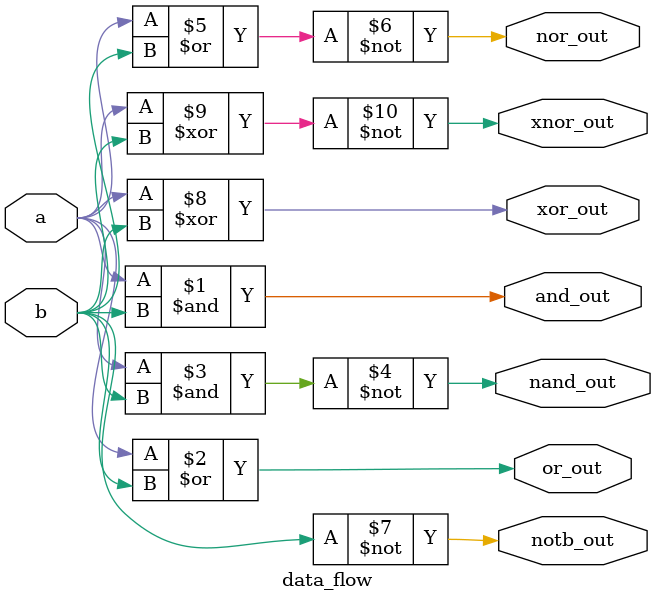
<source format=v>
module data_flow(a,b,and_out,or_out,nand_out,nor_out,notb_out,xor_out,xnor_out);
input a,b;
output and_out,or_out,nand_out,nor_out,notb_out,xor_out,xnor_out;
assign and_out=a&b; 
assign or_out=a|b;
assign nand_out=~(a&b);
assign nor_out=~(a|b);
assign notb_out=~b;
assign xor_out=a^b;
assign xnor_out=~(a^b);
endmodule

</source>
